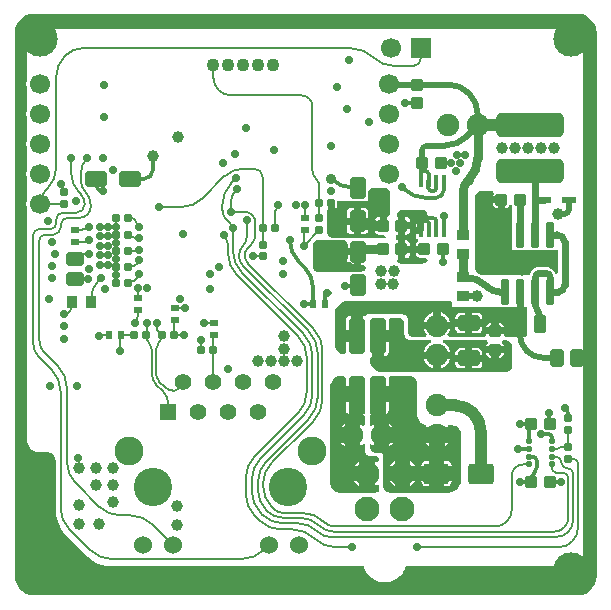
<source format=gtl>
G04*
G04 #@! TF.GenerationSoftware,Altium Limited,Altium Designer,22.7.1 (60)*
G04*
G04 Layer_Physical_Order=1*
G04 Layer_Color=16776960*
%FSLAX43Y43*%
%MOMM*%
G71*
G04*
G04 #@! TF.SameCoordinates,954B6AC0-D961-4D12-9847-DB1D38B5DF19*
G04*
G04*
G04 #@! TF.FilePolarity,Positive*
G04*
G01*
G75*
%ADD10C,0.200*%
%ADD14C,0.300*%
%ADD44C,1.100*%
%ADD54C,0.750*%
%ADD55C,0.500*%
%ADD56C,0.200*%
%ADD57C,1.000*%
%ADD58C,0.600*%
G04:AMPARAMS|DCode=59|XSize=0.61mm|YSize=0.6mm|CornerRadius=0.075mm|HoleSize=0mm|Usage=FLASHONLY|Rotation=0.000|XOffset=0mm|YOffset=0mm|HoleType=Round|Shape=RoundedRectangle|*
%AMROUNDEDRECTD59*
21,1,0.610,0.450,0,0,0.0*
21,1,0.460,0.600,0,0,0.0*
1,1,0.150,0.230,-0.225*
1,1,0.150,-0.230,-0.225*
1,1,0.150,-0.230,0.225*
1,1,0.150,0.230,0.225*
%
%ADD59ROUNDEDRECTD59*%
G04:AMPARAMS|DCode=60|XSize=0.59mm|YSize=0.6mm|CornerRadius=0.074mm|HoleSize=0mm|Usage=FLASHONLY|Rotation=90.000|XOffset=0mm|YOffset=0mm|HoleType=Round|Shape=RoundedRectangle|*
%AMROUNDEDRECTD60*
21,1,0.590,0.453,0,0,90.0*
21,1,0.443,0.600,0,0,90.0*
1,1,0.148,0.226,0.221*
1,1,0.148,0.226,-0.221*
1,1,0.148,-0.226,-0.221*
1,1,0.148,-0.226,0.221*
%
%ADD60ROUNDEDRECTD60*%
G04:AMPARAMS|DCode=61|XSize=0.61mm|YSize=0.6mm|CornerRadius=0.075mm|HoleSize=0mm|Usage=FLASHONLY|Rotation=90.000|XOffset=0mm|YOffset=0mm|HoleType=Round|Shape=RoundedRectangle|*
%AMROUNDEDRECTD61*
21,1,0.610,0.450,0,0,90.0*
21,1,0.460,0.600,0,0,90.0*
1,1,0.150,0.225,0.230*
1,1,0.150,0.225,-0.230*
1,1,0.150,-0.225,-0.230*
1,1,0.150,-0.225,0.230*
%
%ADD61ROUNDEDRECTD61*%
G04:AMPARAMS|DCode=62|XSize=0.94mm|YSize=1.03mm|CornerRadius=0.118mm|HoleSize=0mm|Usage=FLASHONLY|Rotation=180.000|XOffset=0mm|YOffset=0mm|HoleType=Round|Shape=RoundedRectangle|*
%AMROUNDEDRECTD62*
21,1,0.940,0.795,0,0,180.0*
21,1,0.705,1.030,0,0,180.0*
1,1,0.235,-0.353,0.398*
1,1,0.235,0.353,0.398*
1,1,0.235,0.353,-0.398*
1,1,0.235,-0.353,-0.398*
%
%ADD62ROUNDEDRECTD62*%
G04:AMPARAMS|DCode=63|XSize=0.49mm|YSize=0.45mm|CornerRadius=0.056mm|HoleSize=0mm|Usage=FLASHONLY|Rotation=0.000|XOffset=0mm|YOffset=0mm|HoleType=Round|Shape=RoundedRectangle|*
%AMROUNDEDRECTD63*
21,1,0.490,0.338,0,0,0.0*
21,1,0.378,0.450,0,0,0.0*
1,1,0.113,0.189,-0.169*
1,1,0.113,-0.189,-0.169*
1,1,0.113,-0.189,0.169*
1,1,0.113,0.189,0.169*
%
%ADD63ROUNDEDRECTD63*%
G04:AMPARAMS|DCode=64|XSize=0.59mm|YSize=0.6mm|CornerRadius=0.074mm|HoleSize=0mm|Usage=FLASHONLY|Rotation=180.000|XOffset=0mm|YOffset=0mm|HoleType=Round|Shape=RoundedRectangle|*
%AMROUNDEDRECTD64*
21,1,0.590,0.453,0,0,180.0*
21,1,0.443,0.600,0,0,180.0*
1,1,0.148,-0.221,0.226*
1,1,0.148,0.221,0.226*
1,1,0.148,0.221,-0.226*
1,1,0.148,-0.221,-0.226*
%
%ADD64ROUNDEDRECTD64*%
G04:AMPARAMS|DCode=65|XSize=1.36mm|YSize=1.81mm|CornerRadius=0.17mm|HoleSize=0mm|Usage=FLASHONLY|Rotation=90.000|XOffset=0mm|YOffset=0mm|HoleType=Round|Shape=RoundedRectangle|*
%AMROUNDEDRECTD65*
21,1,1.360,1.470,0,0,90.0*
21,1,1.020,1.810,0,0,90.0*
1,1,0.340,0.735,0.510*
1,1,0.340,0.735,-0.510*
1,1,0.340,-0.735,-0.510*
1,1,0.340,-0.735,0.510*
%
%ADD65ROUNDEDRECTD65*%
G04:AMPARAMS|DCode=66|XSize=1.36mm|YSize=1.81mm|CornerRadius=0.17mm|HoleSize=0mm|Usage=FLASHONLY|Rotation=180.000|XOffset=0mm|YOffset=0mm|HoleType=Round|Shape=RoundedRectangle|*
%AMROUNDEDRECTD66*
21,1,1.360,1.470,0,0,180.0*
21,1,1.020,1.810,0,0,180.0*
1,1,0.340,-0.510,0.735*
1,1,0.340,0.510,0.735*
1,1,0.340,0.510,-0.735*
1,1,0.340,-0.510,-0.735*
%
%ADD66ROUNDEDRECTD66*%
G04:AMPARAMS|DCode=67|XSize=1.05mm|YSize=1.07mm|CornerRadius=0.131mm|HoleSize=0mm|Usage=FLASHONLY|Rotation=180.000|XOffset=0mm|YOffset=0mm|HoleType=Round|Shape=RoundedRectangle|*
%AMROUNDEDRECTD67*
21,1,1.050,0.807,0,0,180.0*
21,1,0.788,1.070,0,0,180.0*
1,1,0.263,-0.394,0.404*
1,1,0.263,0.394,0.404*
1,1,0.263,0.394,-0.404*
1,1,0.263,-0.394,-0.404*
%
%ADD67ROUNDEDRECTD67*%
G04:AMPARAMS|DCode=68|XSize=0.94mm|YSize=1.03mm|CornerRadius=0.118mm|HoleSize=0mm|Usage=FLASHONLY|Rotation=90.000|XOffset=0mm|YOffset=0mm|HoleType=Round|Shape=RoundedRectangle|*
%AMROUNDEDRECTD68*
21,1,0.940,0.795,0,0,90.0*
21,1,0.705,1.030,0,0,90.0*
1,1,0.235,0.398,0.353*
1,1,0.235,0.398,-0.353*
1,1,0.235,-0.398,-0.353*
1,1,0.235,-0.398,0.353*
%
%ADD68ROUNDEDRECTD68*%
G04:AMPARAMS|DCode=69|XSize=0.92mm|YSize=1.08mm|CornerRadius=0.115mm|HoleSize=0mm|Usage=FLASHONLY|Rotation=0.000|XOffset=0mm|YOffset=0mm|HoleType=Round|Shape=RoundedRectangle|*
%AMROUNDEDRECTD69*
21,1,0.920,0.850,0,0,0.0*
21,1,0.690,1.080,0,0,0.0*
1,1,0.230,0.345,-0.425*
1,1,0.230,-0.345,-0.425*
1,1,0.230,-0.345,0.425*
1,1,0.230,0.345,0.425*
%
%ADD69ROUNDEDRECTD69*%
G04:AMPARAMS|DCode=70|XSize=1.74mm|YSize=2.17mm|CornerRadius=0.217mm|HoleSize=0mm|Usage=FLASHONLY|Rotation=90.000|XOffset=0mm|YOffset=0mm|HoleType=Round|Shape=RoundedRectangle|*
%AMROUNDEDRECTD70*
21,1,1.740,1.735,0,0,90.0*
21,1,1.305,2.170,0,0,90.0*
1,1,0.435,0.868,0.653*
1,1,0.435,0.868,-0.653*
1,1,0.435,-0.868,-0.653*
1,1,0.435,-0.868,0.653*
%
%ADD70ROUNDEDRECTD70*%
G04:AMPARAMS|DCode=71|XSize=0.68mm|YSize=2.17mm|CornerRadius=0.085mm|HoleSize=0mm|Usage=FLASHONLY|Rotation=0.000|XOffset=0mm|YOffset=0mm|HoleType=Round|Shape=RoundedRectangle|*
%AMROUNDEDRECTD71*
21,1,0.680,2.000,0,0,0.0*
21,1,0.510,2.170,0,0,0.0*
1,1,0.170,0.255,-1.000*
1,1,0.170,-0.255,-1.000*
1,1,0.170,-0.255,1.000*
1,1,0.170,0.255,1.000*
%
%ADD71ROUNDEDRECTD71*%
G04:AMPARAMS|DCode=72|XSize=1.53mm|YSize=1.02mm|CornerRadius=0.127mm|HoleSize=0mm|Usage=FLASHONLY|Rotation=90.000|XOffset=0mm|YOffset=0mm|HoleType=Round|Shape=RoundedRectangle|*
%AMROUNDEDRECTD72*
21,1,1.530,0.765,0,0,90.0*
21,1,1.275,1.020,0,0,90.0*
1,1,0.255,0.383,0.638*
1,1,0.255,0.383,-0.638*
1,1,0.255,-0.383,-0.638*
1,1,0.255,-0.383,0.638*
%
%ADD72ROUNDEDRECTD72*%
G04:AMPARAMS|DCode=73|XSize=0.92mm|YSize=1.08mm|CornerRadius=0.115mm|HoleSize=0mm|Usage=FLASHONLY|Rotation=270.000|XOffset=0mm|YOffset=0mm|HoleType=Round|Shape=RoundedRectangle|*
%AMROUNDEDRECTD73*
21,1,0.920,0.850,0,0,270.0*
21,1,0.690,1.080,0,0,270.0*
1,1,0.230,-0.425,-0.345*
1,1,0.230,-0.425,0.345*
1,1,0.230,0.425,0.345*
1,1,0.230,0.425,-0.345*
%
%ADD73ROUNDEDRECTD73*%
G04:AMPARAMS|DCode=74|XSize=1.26mm|YSize=0.58mm|CornerRadius=0.072mm|HoleSize=0mm|Usage=FLASHONLY|Rotation=180.000|XOffset=0mm|YOffset=0mm|HoleType=Round|Shape=RoundedRectangle|*
%AMROUNDEDRECTD74*
21,1,1.260,0.435,0,0,180.0*
21,1,1.115,0.580,0,0,180.0*
1,1,0.145,-0.558,0.217*
1,1,0.145,0.558,0.217*
1,1,0.145,0.558,-0.217*
1,1,0.145,-0.558,-0.217*
%
%ADD74ROUNDEDRECTD74*%
G04:AMPARAMS|DCode=75|XSize=1.21mm|YSize=1.46mm|CornerRadius=0.151mm|HoleSize=0mm|Usage=FLASHONLY|Rotation=270.000|XOffset=0mm|YOffset=0mm|HoleType=Round|Shape=RoundedRectangle|*
%AMROUNDEDRECTD75*
21,1,1.210,1.158,0,0,270.0*
21,1,0.907,1.460,0,0,270.0*
1,1,0.303,-0.579,-0.454*
1,1,0.303,-0.579,0.454*
1,1,0.303,0.579,0.454*
1,1,0.303,0.579,-0.454*
%
%ADD75ROUNDEDRECTD75*%
G04:AMPARAMS|DCode=76|XSize=1.4mm|YSize=3mm|CornerRadius=0.175mm|HoleSize=0mm|Usage=FLASHONLY|Rotation=180.000|XOffset=0mm|YOffset=0mm|HoleType=Round|Shape=RoundedRectangle|*
%AMROUNDEDRECTD76*
21,1,1.400,2.650,0,0,180.0*
21,1,1.050,3.000,0,0,180.0*
1,1,0.350,-0.525,1.325*
1,1,0.350,0.525,1.325*
1,1,0.350,0.525,-1.325*
1,1,0.350,-0.525,-1.325*
%
%ADD76ROUNDEDRECTD76*%
G04:AMPARAMS|DCode=77|XSize=5.8mm|YSize=2.1mm|CornerRadius=0.525mm|HoleSize=0mm|Usage=FLASHONLY|Rotation=180.000|XOffset=0mm|YOffset=0mm|HoleType=Round|Shape=RoundedRectangle|*
%AMROUNDEDRECTD77*
21,1,5.800,1.050,0,0,180.0*
21,1,4.750,2.100,0,0,180.0*
1,1,1.050,-2.375,0.525*
1,1,1.050,2.375,0.525*
1,1,1.050,2.375,-0.525*
1,1,1.050,-2.375,-0.525*
%
%ADD77ROUNDEDRECTD77*%
G04:AMPARAMS|DCode=78|XSize=0.38mm|YSize=1.04mm|CornerRadius=0.048mm|HoleSize=0mm|Usage=FLASHONLY|Rotation=180.000|XOffset=0mm|YOffset=0mm|HoleType=Round|Shape=RoundedRectangle|*
%AMROUNDEDRECTD78*
21,1,0.380,0.945,0,0,180.0*
21,1,0.285,1.040,0,0,180.0*
1,1,0.095,-0.142,0.472*
1,1,0.095,0.142,0.472*
1,1,0.095,0.142,-0.472*
1,1,0.095,-0.142,-0.472*
%
%ADD78ROUNDEDRECTD78*%
G04:AMPARAMS|DCode=79|XSize=1.28mm|YSize=1.87mm|CornerRadius=0.16mm|HoleSize=0mm|Usage=FLASHONLY|Rotation=90.000|XOffset=0mm|YOffset=0mm|HoleType=Round|Shape=RoundedRectangle|*
%AMROUNDEDRECTD79*
21,1,1.280,1.550,0,0,90.0*
21,1,0.960,1.870,0,0,90.0*
1,1,0.320,0.775,0.480*
1,1,0.320,0.775,-0.480*
1,1,0.320,-0.775,-0.480*
1,1,0.320,-0.775,0.480*
%
%ADD79ROUNDEDRECTD79*%
G04:AMPARAMS|DCode=80|XSize=1.21mm|YSize=1.46mm|CornerRadius=0.151mm|HoleSize=0mm|Usage=FLASHONLY|Rotation=0.000|XOffset=0mm|YOffset=0mm|HoleType=Round|Shape=RoundedRectangle|*
%AMROUNDEDRECTD80*
21,1,1.210,1.158,0,0,0.0*
21,1,0.907,1.460,0,0,0.0*
1,1,0.303,0.454,-0.579*
1,1,0.303,-0.454,-0.579*
1,1,0.303,-0.454,0.579*
1,1,0.303,0.454,0.579*
%
%ADD80ROUNDEDRECTD80*%
%ADD81C,1.900*%
%ADD82C,1.700*%
%ADD83R,1.700X1.700*%
%ADD84R,1.398X1.398*%
%ADD85C,1.398*%
%ADD86C,1.530*%
%ADD87C,2.445*%
%ADD88C,3.250*%
%ADD89C,2.100*%
%ADD90C,3.000*%
%ADD91C,0.700*%
%ADD92C,1.000*%
%ADD93C,0.900*%
G36*
X48762Y49528D02*
X49073Y49333D01*
X49333Y49073D01*
X49528Y48762D01*
X49650Y48415D01*
X49693Y48030D01*
Y2070D01*
X49650Y1685D01*
X49528Y1338D01*
X49333Y1027D01*
X49073Y767D01*
X48762Y572D01*
X48415Y450D01*
X48030Y407D01*
X2070D01*
X1685Y450D01*
X1338Y572D01*
X1027Y767D01*
X767Y1027D01*
X572Y1338D01*
X450Y1685D01*
X407Y2070D01*
Y48030D01*
X450Y48415D01*
X572Y48762D01*
X767Y49073D01*
X1027Y49333D01*
X1338Y49528D01*
X1666Y49643D01*
X48434D01*
X48762Y49528D01*
D02*
G37*
%LPC*%
G36*
X48400Y48400D02*
X48300Y48400D01*
X28152Y48400D01*
X1500D01*
Y48050D01*
Y44173D01*
X1435Y44015D01*
X1395Y43715D01*
X1435Y43415D01*
X1500Y43257D01*
Y41633D01*
X1435Y41475D01*
X1395Y41175D01*
X1435Y40875D01*
X1500Y40717D01*
Y39093D01*
X1435Y38935D01*
X1395Y38635D01*
X1435Y38335D01*
X1500Y38177D01*
Y36553D01*
X1435Y36395D01*
X1395Y36095D01*
X1435Y35795D01*
X1500Y35637D01*
Y34013D01*
X1435Y33855D01*
X1395Y33555D01*
X1435Y33255D01*
X1500Y33097D01*
Y25700D01*
X1500Y13525D01*
X1500Y13427D01*
X1538Y13233D01*
X1614Y13051D01*
X1723Y12888D01*
X1862Y12748D01*
X2026Y12639D01*
X2208Y12563D01*
X2401Y12525D01*
X2500Y12525D01*
X3152Y12525D01*
X3225Y12521D01*
X3369Y12493D01*
X3504Y12437D01*
X3626Y12355D01*
X3730Y12251D01*
X3812Y12129D01*
X3868Y11994D01*
X3892Y11871D01*
Y7822D01*
X3891D01*
X3900Y7707D01*
X3900Y7569D01*
X3932Y7247D01*
X3995Y6929D01*
X4089Y6619D01*
X4213Y6320D01*
X4365Y6034D01*
X4545Y5765D01*
X4729Y5541D01*
X4751Y5515D01*
X4865Y5400D01*
X4865Y5400D01*
X6535Y3731D01*
X6633Y3632D01*
X6849Y3455D01*
X7081Y3301D01*
X7327Y3169D01*
X7584Y3062D01*
X7851Y2982D01*
X8124Y2927D01*
X8402Y2900D01*
X8541D01*
X8541Y2900D01*
X9700Y2900D01*
X29962Y2900D01*
X30018Y2715D01*
X30033Y2689D01*
X30041Y2660D01*
X30185Y2391D01*
X30204Y2367D01*
X30219Y2341D01*
X30412Y2105D01*
X30436Y2086D01*
X30455Y2062D01*
X30691Y1869D01*
X30717Y1854D01*
X30741Y1835D01*
X31010Y1691D01*
X31039Y1683D01*
X31065Y1668D01*
X31357Y1580D01*
X31387Y1577D01*
X31416Y1568D01*
X31720Y1538D01*
X31735Y1540D01*
X31750Y1537D01*
X31765Y1540D01*
X31780Y1538D01*
X32084Y1568D01*
X32113Y1577D01*
X32143Y1580D01*
X32435Y1668D01*
X32461Y1683D01*
X32490Y1691D01*
X32760Y1835D01*
X32783Y1854D01*
X32809Y1869D01*
X33045Y2062D01*
X33065Y2086D01*
X33088Y2105D01*
X33281Y2341D01*
X33296Y2367D01*
X33315Y2391D01*
X33459Y2660D01*
X33467Y2689D01*
X33482Y2715D01*
X33538Y2900D01*
X45200Y2900D01*
X48500Y2900D01*
Y6026D01*
X48510Y6125D01*
X48508D01*
Y11612D01*
X48504Y11632D01*
X48500Y11661D01*
Y48241D01*
X48500Y48400D01*
X48400Y48400D01*
D02*
G37*
%LPD*%
G36*
X31848Y34875D02*
X31848D01*
X32029Y34821D01*
X32108Y34742D01*
X32154Y34630D01*
X32154Y34569D01*
X32154Y32600D01*
X31954Y32450D01*
X31940D01*
Y31709D01*
X31640D01*
Y31409D01*
X30908D01*
Y31305D01*
X30934Y31176D01*
X31007Y31066D01*
X31117Y30993D01*
X31246Y30967D01*
X31698D01*
X31839Y30767D01*
X31825Y30728D01*
X31790Y30696D01*
X31728Y30696D01*
X27439Y30710D01*
X27332Y30710D01*
X27133Y30793D01*
X26982Y30945D01*
X26900Y31143D01*
X26900Y31250D01*
X26900Y33057D01*
X26924Y33077D01*
Y33640D01*
X27524D01*
Y33148D01*
X27561Y33156D01*
X27652Y33216D01*
X27713Y33307D01*
X27734Y33415D01*
Y33800D01*
X30349D01*
X30349Y34574D01*
X30402Y34752D01*
X30479Y34829D01*
X30590Y34875D01*
X30650Y34875D01*
X31663Y34875D01*
X31848Y34875D01*
D02*
G37*
G36*
X34940Y33000D02*
X35031Y33000D01*
X35201Y32930D01*
X35330Y32801D01*
X35362Y32724D01*
X35400Y32540D01*
Y32540D01*
X35400Y32540D01*
X35400Y32540D01*
Y31995D01*
X35316D01*
X35219Y31976D01*
X35129Y31921D01*
X35108Y31935D01*
Y31270D01*
X34808D01*
Y30970D01*
X34414D01*
Y30797D01*
X34433Y30701D01*
X34488Y30619D01*
X34523Y30596D01*
X34523Y30596D01*
X34534Y30419D01*
X34523Y30373D01*
X34490Y30351D01*
X34419Y30246D01*
X34395Y30123D01*
Y30025D01*
X35071D01*
Y29425D01*
X34395D01*
Y29328D01*
X34419Y29204D01*
X34490Y29099D01*
X34595Y29028D01*
X34719Y29004D01*
X35266D01*
X35370Y28804D01*
X35329Y28705D01*
X35197Y28573D01*
X35114Y28538D01*
X34932Y28502D01*
X34932Y28502D01*
Y28502D01*
X33195Y28502D01*
X33104Y28502D01*
X32937Y28571D01*
X32809Y28699D01*
X32775Y28781D01*
X32860Y28933D01*
Y29723D01*
Y30464D01*
X32766D01*
X32740Y30486D01*
Y30946D01*
X32766Y30967D01*
X32860D01*
Y31709D01*
Y32450D01*
X32825D01*
X32747Y32641D01*
X32747Y32642D01*
X32811Y32798D01*
X32942Y32929D01*
X33114Y33000D01*
X33206Y33000D01*
X33206Y33000D01*
X34940Y33000D01*
D02*
G37*
G36*
X28564Y30264D02*
X28563Y30260D01*
Y29825D01*
X29450D01*
Y29525D01*
X29750D01*
Y28413D01*
X29944D01*
X29965Y28409D01*
X30144Y28246D01*
X30144Y28135D01*
X30081Y27981D01*
X29963Y27864D01*
X29918Y27845D01*
X29726Y27800D01*
D01*
X29539Y27800D01*
X26002Y27800D01*
X25864Y27857D01*
X25757Y27964D01*
X25700Y28102D01*
X25700Y28177D01*
X25700Y28177D01*
X25700Y30064D01*
X25700Y30144D01*
X25761Y30291D01*
X25873Y30403D01*
X26020Y30464D01*
X26100Y30464D01*
X26100Y30464D01*
X28410Y30464D01*
X28564Y30264D01*
D02*
G37*
G36*
X40981Y34425D02*
X40978Y34421D01*
X40954Y34298D01*
Y34200D01*
X41630D01*
Y33900D01*
X41930D01*
Y33179D01*
X41983D01*
X42106Y33203D01*
X42211Y33274D01*
X42282Y33379D01*
X42297Y33455D01*
X42497Y33436D01*
X42497Y30900D01*
Y29675D01*
X42947D01*
X42975Y29669D01*
X43485D01*
X43513Y29675D01*
X44217D01*
X44245Y29669D01*
X44755D01*
X44783Y29675D01*
X45487D01*
X45515Y29669D01*
X46025D01*
X46053Y29675D01*
X46396D01*
Y27699D01*
X46195Y27659D01*
X46156Y27754D01*
X46012Y27942D01*
X45824Y28086D01*
X45605Y28177D01*
X45400Y28204D01*
X45370Y28210D01*
X44860D01*
X44825Y28203D01*
X44635Y28178D01*
X44426Y28091D01*
X44247Y27953D01*
X44109Y27774D01*
X44022Y27565D01*
X44014Y27500D01*
X42497Y27500D01*
X40142Y27500D01*
X40068Y27500D01*
X39945Y27524D01*
X39932Y27532D01*
X39754Y27606D01*
X39660Y27669D01*
X39555Y27774D01*
X39472Y27898D01*
X39415Y28036D01*
X39386Y28182D01*
Y28256D01*
X39386D01*
X39386Y34086D01*
Y34193D01*
X39468Y34391D01*
X39619Y34543D01*
X39818Y34625D01*
X39925D01*
X39925Y34625D01*
X40874Y34625D01*
X40981Y34425D01*
D02*
G37*
G36*
X37340Y25375D02*
X37482Y25234D01*
X37482Y24800D01*
X43800Y24800D01*
X43800Y22441D01*
X43659Y22300D01*
X42060Y22300D01*
X42055Y22301D01*
X42027Y22300D01*
X42000Y22306D01*
X42000D01*
X42000Y22306D01*
X41980D01*
X41857Y22415D01*
X41807Y22506D01*
Y22513D01*
X41086D01*
X40364D01*
Y22486D01*
X40364Y22460D01*
X40191Y22306D01*
X37152Y22306D01*
X37055Y22506D01*
X37181Y22670D01*
X37297Y22950D01*
X37297Y22950D01*
X36177D01*
X35056D01*
X35056Y22950D01*
X35172Y22670D01*
X35298Y22506D01*
X35202Y22306D01*
X34063Y22306D01*
X33911Y22369D01*
X33784Y22495D01*
X33719Y22652D01*
X33721Y23390D01*
X33721Y23491D01*
X33721Y23491D01*
X33721Y23491D01*
X33715Y23521D01*
X33715Y23785D01*
X33708Y23866D01*
X33645Y24015D01*
X33531Y24130D01*
X33381Y24192D01*
X33300Y24200D01*
X33300Y24200D01*
X32967D01*
X32963Y24201D01*
X32935Y24200D01*
X32907Y24206D01*
X32235Y24206D01*
X32212Y24201D01*
X32188Y24202D01*
X32182Y24200D01*
X30250Y24200D01*
Y24141D01*
X30060Y24029D01*
X30050Y24030D01*
X29913Y24057D01*
X29888D01*
Y22350D01*
X29388D01*
Y21850D01*
X28480D01*
Y21025D01*
X28309Y20860D01*
X28226Y20860D01*
X28071Y20891D01*
X27924Y20952D01*
X27792Y21040D01*
X27680Y21152D01*
X27592Y21284D01*
X27531Y21431D01*
X27500Y21586D01*
X27500Y21666D01*
Y24226D01*
X27549Y24472D01*
X27645Y24704D01*
X27785Y24913D01*
X27962Y25090D01*
X28171Y25230D01*
X28403Y25326D01*
X28649Y25375D01*
X28775D01*
X28775Y25375D01*
X37340Y25375D01*
D02*
G37*
G36*
X32907Y23900D02*
X32907Y23900D01*
X32907Y23900D01*
X32907D01*
X33089Y23866D01*
X33195Y23822D01*
X33338Y23679D01*
X33415Y23492D01*
X33415Y23391D01*
X33413Y22522D01*
X33413Y22522D01*
X33423Y22420D01*
X33501Y22232D01*
X33644Y22088D01*
X33832Y22010D01*
X33934Y22000D01*
X35667Y22000D01*
X35706Y21800D01*
X35597Y21755D01*
X35356Y21570D01*
X35172Y21330D01*
X35056Y21050D01*
X35056Y21050D01*
X36177D01*
X37297D01*
X37297Y21050D01*
X37181Y21330D01*
X36997Y21570D01*
X36757Y21755D01*
X36647Y21800D01*
X36687Y22000D01*
X40408Y22000D01*
X40468Y21800D01*
X40459Y21794D01*
X40389Y21689D01*
X40364Y21565D01*
Y21513D01*
X41086D01*
X41807D01*
Y21565D01*
X41782Y21689D01*
X41712Y21794D01*
X41703Y21800D01*
X41764Y22000D01*
X42000Y22000D01*
X42000Y22000D01*
X42000Y22000D01*
X42000D01*
X42182Y21967D01*
X42289Y21922D01*
X42433Y21779D01*
X42510Y21591D01*
X42510Y21490D01*
X42510Y19799D01*
X42510Y19799D01*
X42510Y19700D01*
X42434Y19516D01*
X42294Y19376D01*
X42111Y19300D01*
X42011Y19300D01*
X31600Y19300D01*
X31600Y19300D01*
X31492Y19300D01*
X31279Y19342D01*
X31079Y19425D01*
X30899Y19546D01*
X30746Y19699D01*
X30625Y19879D01*
X30542Y20079D01*
X30500Y20292D01*
X30500Y20471D01*
X30663Y20643D01*
X30688D01*
Y22350D01*
X31188D01*
Y22850D01*
X32095D01*
Y23675D01*
X32090Y23700D01*
X32235Y23900D01*
X32907Y23900D01*
D02*
G37*
G36*
X34245Y18904D02*
X34422Y18728D01*
X34518Y18497D01*
X34518Y18372D01*
X34518Y15682D01*
X34522Y15598D01*
X34555Y15432D01*
X34619Y15276D01*
X34713Y15135D01*
X34833Y15016D01*
X34973Y14922D01*
X35130Y14857D01*
X35212Y14841D01*
X35265Y14701D01*
X35226Y14650D01*
X36177D01*
X37127D01*
X37084Y14706D01*
X37140Y14820D01*
X37409D01*
X37409Y14820D01*
X37409Y14820D01*
X37410D01*
X37527Y14812D01*
X37643Y14789D01*
X37788Y14729D01*
X37919Y14642D01*
X38030Y14530D01*
X38118Y14400D01*
X38178Y14254D01*
X38209Y14100D01*
Y10267D01*
X38208Y10267D01*
X38208Y10152D01*
X38164Y9926D01*
X38076Y9714D01*
X37948Y9523D01*
X37786Y9360D01*
X37594Y9233D01*
X37382Y9145D01*
X37157Y9100D01*
X37042Y9100D01*
X34896Y9100D01*
X32293Y9100D01*
X32226Y9100D01*
X32096Y9126D01*
X31973Y9177D01*
X31862Y9251D01*
X31768Y9345D01*
X31694Y9456D01*
X31643Y9579D01*
X31617Y9709D01*
X31617Y9776D01*
X31617Y12196D01*
X31617Y12196D01*
X31617Y12196D01*
X31617Y12196D01*
X31611Y12256D01*
X31589Y12310D01*
X31566Y12366D01*
X31481Y12450D01*
X31371Y12495D01*
X31312Y12501D01*
X31015Y12501D01*
X31014Y12501D01*
X30912Y12501D01*
X30723Y12580D01*
X30578Y12724D01*
X30500Y12913D01*
Y13217D01*
X30620Y13257D01*
X30680Y13180D01*
X30850Y13049D01*
Y14000D01*
Y14951D01*
X30680Y14820D01*
X30620Y14743D01*
X30500Y14783D01*
Y15645D01*
X30627Y15750D01*
X30538Y15767D01*
Y17450D01*
X31188D01*
Y18100D01*
X32095D01*
Y18775D01*
X32075Y18873D01*
X32154Y19000D01*
X33889Y19000D01*
X33889Y19000D01*
X33889Y19000D01*
X34014Y19000D01*
X34245Y18904D01*
D02*
G37*
G36*
X28485Y18800D02*
X28480Y18775D01*
Y18100D01*
X29388D01*
Y17450D01*
X30038D01*
Y15767D01*
X29913Y15743D01*
X30081Y15572D01*
Y14809D01*
X29881Y14741D01*
X29820Y14820D01*
X29650Y14951D01*
Y14000D01*
Y13049D01*
X29820Y13180D01*
X29881Y13259D01*
X30081Y13191D01*
Y12645D01*
X30089Y12558D01*
X30156Y12397D01*
X30279Y12274D01*
X30440Y12207D01*
X30527Y12199D01*
X30896Y12199D01*
X30912Y12195D01*
X31008Y12195D01*
X31138Y12142D01*
X31243Y12037D01*
X31252Y12014D01*
X31300Y11825D01*
X31249Y11755D01*
X31008Y11714D01*
X30900Y11797D01*
Y10720D01*
Y9643D01*
X31100Y9797D01*
X31300Y9733D01*
Y9456D01*
X31300Y9386D01*
X31246Y9255D01*
X31145Y9154D01*
X31125Y9146D01*
X30944Y9100D01*
X30744Y9100D01*
X30200Y9100D01*
X27992Y9100D01*
X27908Y9100D01*
X27743Y9133D01*
X27588Y9197D01*
X27449Y9290D01*
X27330Y9409D01*
X27237Y9548D01*
X27173Y9703D01*
X27140Y9868D01*
X27140Y9952D01*
X27140Y12670D01*
X27140Y12670D01*
X27140Y12670D01*
X27140Y18089D01*
Y18179D01*
X27175Y18355D01*
X27244Y18520D01*
X27343Y18670D01*
X27470Y18797D01*
X27619Y18896D01*
X27785Y18965D01*
X27961Y19000D01*
X28051D01*
X28051Y19000D01*
X28340D01*
X28485Y18800D01*
D02*
G37*
%LPC*%
G36*
X29959Y33204D02*
X29749D01*
Y32392D01*
X30336D01*
Y32827D01*
X30307Y32971D01*
X30225Y33094D01*
X30103Y33176D01*
X29959Y33204D01*
D02*
G37*
G36*
X29149D02*
X28939D01*
X28794Y33176D01*
X28672Y33094D01*
X28590Y32971D01*
X28561Y32827D01*
Y32392D01*
X29149D01*
Y33204D01*
D02*
G37*
G36*
X31340Y32450D02*
X31246D01*
X31117Y32424D01*
X31007Y32351D01*
X30934Y32242D01*
X30908Y32112D01*
Y32009D01*
X31340D01*
Y32450D01*
D02*
G37*
G36*
X30336Y31792D02*
X29749D01*
Y30980D01*
X29959D01*
X30103Y31009D01*
X30225Y31090D01*
X30307Y31213D01*
X30336Y31357D01*
Y31792D01*
D02*
G37*
G36*
X29149D02*
X28561D01*
Y31357D01*
X28590Y31213D01*
X28672Y31090D01*
X28794Y31009D01*
X28939Y30980D01*
X29149D01*
Y31792D01*
D02*
G37*
G36*
X33554Y32450D02*
X33460D01*
Y32009D01*
X33891D01*
Y32112D01*
X33866Y32242D01*
X33793Y32351D01*
X33683Y32424D01*
X33554Y32450D01*
D02*
G37*
G36*
X34508Y31935D02*
X34488Y31921D01*
X34433Y31839D01*
X34414Y31742D01*
Y31570D01*
X34508D01*
Y31935D01*
D02*
G37*
G36*
X33891Y31409D02*
X33460D01*
Y30967D01*
X33554D01*
X33683Y30993D01*
X33793Y31066D01*
X33866Y31176D01*
X33891Y31305D01*
Y31409D01*
D02*
G37*
G36*
X33554Y30464D02*
X33460D01*
Y30023D01*
X33891D01*
Y30126D01*
X33866Y30256D01*
X33793Y30365D01*
X33683Y30438D01*
X33554Y30464D01*
D02*
G37*
G36*
X33891Y29423D02*
X33460D01*
Y28981D01*
X33554D01*
X33683Y29007D01*
X33793Y29080D01*
X33866Y29190D01*
X33891Y29319D01*
Y29423D01*
D02*
G37*
G36*
X29150Y29225D02*
X28563D01*
Y28790D01*
X28592Y28646D01*
X28674Y28523D01*
X28796Y28441D01*
X28940Y28413D01*
X29150D01*
Y29225D01*
D02*
G37*
G36*
X41330Y33600D02*
X40954D01*
Y33503D01*
X40978Y33379D01*
X41049Y33274D01*
X41154Y33203D01*
X41278Y33179D01*
X41330D01*
Y33600D01*
D02*
G37*
G36*
X39638Y24319D02*
X39163D01*
Y23772D01*
X40005D01*
Y23952D01*
X39977Y24092D01*
X39898Y24212D01*
X39779Y24291D01*
X39638Y24319D01*
D02*
G37*
G36*
X38563D02*
X38088D01*
X37948Y24291D01*
X37829Y24212D01*
X37749Y24092D01*
X37721Y23952D01*
Y23772D01*
X38563D01*
Y24319D01*
D02*
G37*
G36*
X36477Y24370D02*
Y23550D01*
X37297D01*
X37297Y23550D01*
X37181Y23830D01*
X36997Y24070D01*
X36757Y24255D01*
X36477Y24370D01*
X36477Y24370D01*
D02*
G37*
G36*
X35877D02*
X35876Y24370D01*
X35597Y24255D01*
X35356Y24070D01*
X35172Y23830D01*
X35056Y23550D01*
X35056Y23550D01*
X35877D01*
Y24370D01*
D02*
G37*
G36*
X41483Y23489D02*
X41386D01*
Y23113D01*
X41807D01*
Y23165D01*
X41782Y23289D01*
X41712Y23394D01*
X41607Y23464D01*
X41483Y23489D01*
D02*
G37*
G36*
X40786D02*
X40688D01*
X40564Y23464D01*
X40459Y23394D01*
X40389Y23289D01*
X40364Y23165D01*
Y23113D01*
X40786D01*
Y23489D01*
D02*
G37*
G36*
X28888Y24057D02*
X28863D01*
X28716Y24028D01*
X28592Y23945D01*
X28509Y23821D01*
X28480Y23675D01*
Y22850D01*
X28888D01*
Y24057D01*
D02*
G37*
G36*
X40005Y23172D02*
X39163D01*
Y22625D01*
X39638D01*
X39779Y22653D01*
X39898Y22732D01*
X39977Y22852D01*
X40005Y22992D01*
Y23172D01*
D02*
G37*
G36*
X38563D02*
X37721D01*
Y22992D01*
X37749Y22852D01*
X37829Y22732D01*
X37948Y22653D01*
X38088Y22625D01*
X38563D01*
Y23172D01*
D02*
G37*
G36*
X39638Y21319D02*
X39163D01*
Y20772D01*
X40005D01*
Y20952D01*
X39977Y21092D01*
X39898Y21212D01*
X39779Y21291D01*
X39638Y21319D01*
D02*
G37*
G36*
X38563D02*
X38088D01*
X37948Y21291D01*
X37829Y21212D01*
X37749Y21092D01*
X37721Y20952D01*
Y20772D01*
X38563D01*
Y21319D01*
D02*
G37*
G36*
X32095Y21850D02*
X31688D01*
Y20643D01*
X31713D01*
X31859Y20672D01*
X31983Y20755D01*
X32066Y20879D01*
X32095Y21025D01*
Y21850D01*
D02*
G37*
G36*
X41807Y20913D02*
X41386D01*
Y20536D01*
X41483D01*
X41607Y20561D01*
X41712Y20631D01*
X41782Y20736D01*
X41807Y20860D01*
Y20913D01*
D02*
G37*
G36*
X40786D02*
X40364D01*
Y20860D01*
X40389Y20736D01*
X40459Y20631D01*
X40564Y20561D01*
X40688Y20536D01*
X40786D01*
Y20913D01*
D02*
G37*
G36*
X37297Y20450D02*
X36477D01*
Y19630D01*
X36477Y19630D01*
X36757Y19745D01*
X36997Y19930D01*
X37181Y20170D01*
X37297Y20450D01*
X37297Y20450D01*
D02*
G37*
G36*
X35877D02*
X35056D01*
X35056Y20450D01*
X35172Y20170D01*
X35356Y19930D01*
X35597Y19745D01*
X35876Y19630D01*
X35877Y19630D01*
Y20450D01*
D02*
G37*
G36*
X40005Y20172D02*
X39163D01*
Y19625D01*
X39638D01*
X39779Y19653D01*
X39898Y19732D01*
X39977Y19852D01*
X40005Y19992D01*
Y20172D01*
D02*
G37*
G36*
X38563D02*
X37721D01*
Y19992D01*
X37749Y19852D01*
X37829Y19732D01*
X37948Y19653D01*
X38088Y19625D01*
X38563D01*
Y20172D01*
D02*
G37*
G36*
X32095Y16800D02*
X31838D01*
Y15768D01*
X31859Y15772D01*
X31983Y15855D01*
X32066Y15979D01*
X32095Y16125D01*
Y16800D01*
D02*
G37*
G36*
X32150Y14951D02*
Y14650D01*
X32451D01*
X32320Y14820D01*
X32150Y14951D01*
D02*
G37*
G36*
X37127Y13350D02*
X36827D01*
Y13049D01*
X36997Y13180D01*
X37127Y13350D01*
D02*
G37*
G36*
X32451Y13350D02*
X32150D01*
Y13049D01*
X32320Y13180D01*
X32451Y13350D01*
D02*
G37*
G36*
X35527Y13350D02*
X35226D01*
X35356Y13180D01*
X35527Y13049D01*
Y13350D01*
D02*
G37*
G36*
X33900Y11797D02*
Y11370D01*
X34327D01*
X34142Y11612D01*
X33900Y11797D01*
D02*
G37*
G36*
X32600D02*
X32359Y11612D01*
X32173Y11370D01*
X32600D01*
Y11797D01*
D02*
G37*
G36*
X36996Y11798D02*
X36779D01*
Y11370D01*
X37422D01*
Y11373D01*
X37389Y11535D01*
X37297Y11674D01*
X37159Y11766D01*
X36996Y11798D01*
D02*
G37*
G36*
X35479D02*
X35261D01*
X35098Y11766D01*
X34960Y11674D01*
X34868Y11535D01*
X34835Y11373D01*
Y11370D01*
X35479D01*
Y11798D01*
D02*
G37*
G36*
X34327Y10070D02*
X33900D01*
Y9643D01*
X34142Y9828D01*
X34327Y10070D01*
D02*
G37*
G36*
X32600D02*
X32173D01*
X32359Y9828D01*
X32600Y9643D01*
Y10070D01*
D02*
G37*
G36*
X37422Y10070D02*
X36779D01*
Y9642D01*
X36996D01*
X37159Y9674D01*
X37297Y9767D01*
X37389Y9905D01*
X37422Y10068D01*
Y10070D01*
D02*
G37*
G36*
X35479D02*
X34835D01*
Y10068D01*
X34868Y9905D01*
X34960Y9767D01*
X35098Y9674D01*
X35261Y9642D01*
X35479D01*
Y10070D01*
D02*
G37*
G36*
X28738Y16800D02*
X28480D01*
Y16125D01*
X28509Y15979D01*
X28592Y15855D01*
X28716Y15772D01*
X28738Y15767D01*
Y16800D01*
D02*
G37*
G36*
X28350Y14951D02*
X28180Y14820D01*
X28049Y14650D01*
X28350D01*
Y14951D01*
D02*
G37*
G36*
Y13350D02*
X28049D01*
X28180Y13180D01*
X28350Y13049D01*
Y13350D01*
D02*
G37*
G36*
X29600Y11797D02*
X29359Y11612D01*
X29173Y11370D01*
X29600D01*
Y11797D01*
D02*
G37*
G36*
Y10070D02*
X29173D01*
X29359Y9828D01*
X29600Y9643D01*
Y10070D01*
D02*
G37*
%LPD*%
D10*
X13995Y23725D02*
G03*
X13900Y23496I229J-229D01*
G01*
X9402Y22480D02*
G03*
X9300Y22378I0J-102D01*
G01*
X7677Y22480D02*
G03*
X7575Y22378I0J-102D01*
G01*
X6110Y31382D02*
G03*
X6700Y31627I0J834D01*
G01*
X5100Y24450D02*
G03*
X5250Y24812I-362J362D01*
G01*
X4575Y34655D02*
G03*
X4325Y35259I-854J0D01*
G01*
X4500Y34625D02*
G03*
X4575Y34550I75J0D01*
G01*
X12617Y21817D02*
G03*
X12900Y22500I-683J683D01*
G01*
X13925Y17750D02*
G03*
X14685Y18510I0J760D01*
G01*
X13142Y18042D02*
G03*
X13849Y17750I706J706D01*
G01*
X12500Y22900D02*
G03*
X12900Y22500I400J0D01*
G01*
X12382Y19216D02*
G03*
X12675Y18510I999J0D01*
G01*
X12617Y21817D02*
G03*
X12382Y21251I567J-567D01*
G01*
X12017Y19216D02*
G03*
X12417Y18252I1364J0D01*
G01*
X12017Y21251D02*
G03*
X11783Y21817I-801J0D01*
G01*
X13415Y16627D02*
G03*
X12972Y17697I-1513J0D01*
G01*
X11500Y22500D02*
G03*
X11783Y21817I966J0D01*
G01*
X11500Y22500D02*
G03*
X11600Y22600I0J100D01*
G01*
X18900Y29546D02*
G03*
X19644Y27750I2540J0D01*
G01*
X18744Y35286D02*
G03*
X18000Y33490I1796J-1796D01*
G01*
Y33076D02*
G03*
X18377Y32165I1288J0D01*
G01*
X21377Y7259D02*
G03*
X23173Y6516I1796J1796D01*
G01*
X21244Y12019D02*
G03*
X20500Y10223I1796J-1796D01*
G01*
Y9189D02*
G03*
X21244Y7393I2540J0D01*
G01*
X26100Y5800D02*
G03*
X24373Y6516I-1727J-1727D01*
G01*
X26100Y5800D02*
G03*
X27167Y5358I1067J1067D01*
G01*
X46245D02*
G03*
X47700Y6813I0J1455D01*
G01*
X24880Y15655D02*
G03*
X25624Y17451I-1796J1796D01*
G01*
Y20718D02*
G03*
X24880Y22514I-2540J0D01*
G01*
X46700Y11679D02*
G03*
X47200Y11179I500J0D01*
G01*
X47700Y10725D02*
G03*
X47246Y11179I-454J0D01*
G01*
X46700Y11700D02*
G03*
X46251Y12149I-449J0D01*
G01*
X19975Y8977D02*
G03*
X20719Y7181I2540J0D01*
G01*
Y12149D02*
G03*
X19975Y10352I1796J-1796D01*
G01*
X25754Y5256D02*
G03*
X23958Y6000I-1796J-1796D01*
G01*
X21156Y6744D02*
G03*
X22952Y6000I1796J1796D01*
G01*
X24400Y15830D02*
G03*
X25144Y17626I-1796J1796D01*
G01*
X18492Y29314D02*
G03*
X19236Y27518I2540J0D01*
G01*
X18492Y29942D02*
G03*
X18100Y30889I-1339J0D01*
G01*
X25766Y5244D02*
G03*
X27563Y4500I1796J1796D01*
G01*
X46475D02*
G03*
X48100Y6125I0J1625D01*
G01*
X25144Y20558D02*
G03*
X24400Y22354I-2540J0D01*
G01*
X48100Y11612D02*
G03*
X47750Y11962I-350J0D01*
G01*
X25733Y15204D02*
G03*
X26477Y17000I-1796J1796D01*
G01*
X43488Y11499D02*
G03*
X42489Y10500I0J-999D01*
G01*
X26477Y21159D02*
G03*
X25733Y22955I-2540J0D01*
G01*
X22193Y11676D02*
G03*
X21449Y9880I1796J-1796D01*
G01*
X41109Y6250D02*
G03*
X42489Y7630I0J1380D01*
G01*
X26563Y6656D02*
G03*
X24767Y7400I-1796J-1796D01*
G01*
X26563Y6656D02*
G03*
X27543Y6250I980J980D01*
G01*
X21449Y9656D02*
G03*
X22159Y7941I2425J0D01*
G01*
X22417Y7683D02*
G03*
X23100Y7400I683J683D01*
G01*
X19200Y34800D02*
G03*
X18700Y33593I1207J-1207D01*
G01*
X20473Y30154D02*
G03*
X20800Y30942I-788J788D01*
G01*
Y31941D02*
G03*
X19842Y32900I-958J0D01*
G01*
X19900Y29225D02*
G03*
X20209Y28479I1054J0D01*
G01*
X20151Y29831D02*
G03*
X19900Y29225I607J-607D01*
G01*
X45895Y11177D02*
G03*
X46257Y10815I362J0D01*
G01*
X47300Y10300D02*
G03*
X46785Y10815I-515J0D01*
G01*
X26060Y20963D02*
G03*
X25316Y22759I-2540J0D01*
G01*
Y15365D02*
G03*
X26060Y17161I-1796J1796D01*
G01*
X46084Y5804D02*
G03*
X47300Y7020I0J1216D01*
G01*
X26196Y6320D02*
G03*
X24574Y6992I-1623J-1623D01*
G01*
X26196Y6320D02*
G03*
X27442Y5804I1246J1246D01*
G01*
X21744Y11793D02*
G03*
X21000Y9997I1796J-1796D01*
G01*
X21744Y7575D02*
G03*
X23151Y6992I1407J1407D01*
G01*
X19765Y30033D02*
G03*
X20054Y30732I-699J699D01*
G01*
X21000Y9371D02*
G03*
X21744Y7575I2540J0D01*
G01*
X19400Y29152D02*
G03*
X19737Y28338I1152J0D01*
G01*
X19765Y30033D02*
G03*
X19400Y29152I881J-881D01*
G01*
X26196Y31318D02*
G03*
X26224Y31384I-66J66D01*
G01*
X25025Y31375D02*
G03*
X24900Y31073I302J-302D01*
G01*
X46649Y12962D02*
G03*
X46500Y12900I0J-211D01*
G01*
X46257Y12799D02*
G03*
X46500Y12900I0J344D01*
G01*
X22699Y33292D02*
G03*
X22425Y32631I661J-661D01*
G01*
X25625Y36414D02*
G03*
X25900Y35750I939J0D01*
G01*
X26224Y34969D02*
G03*
X25900Y35750I-1105J0D01*
G01*
X17250Y44252D02*
G03*
X18750Y42752I1500J0D01*
G01*
X25625Y41825D02*
G03*
X24698Y42752I-927J0D01*
G01*
X10614Y23486D02*
G03*
X10843Y24039I-553J553D01*
G01*
X4589Y24200D02*
G03*
X5035Y24385I0J631D01*
G01*
X10025Y28192D02*
G03*
X10861Y28538I0J1183D01*
G01*
X3015Y34665D02*
G03*
X2555Y33555I1110J-1110D01*
G01*
X3181Y34831D02*
G03*
X3925Y36627I-1796J1796D01*
G01*
X4669Y46069D02*
G03*
X3925Y44273I1796J-1796D01*
G01*
X30752Y45981D02*
G03*
X32517Y45250I1765J1765D01*
G01*
X30752Y45981D02*
G03*
X28956Y46725I-1796J-1796D01*
G01*
X34184Y45250D02*
G03*
X34809Y45875I0J625D01*
G01*
X6111Y46725D02*
G03*
X4769Y46169I0J-1898D01*
G01*
X34809Y46781D02*
G03*
X34790Y46800I-19J0D01*
G01*
X5188Y36239D02*
G03*
X5932Y34443I2540J0D01*
G01*
X6356Y33531D02*
G03*
X6011Y34364I-1177J0D01*
G01*
X19678Y3500D02*
G03*
X21474Y4244I0J2540D01*
G01*
X5625Y32800D02*
G03*
X6356Y33531I0J731D01*
G01*
X6826Y4244D02*
G03*
X8622Y3500I1796J1796D01*
G01*
X4455Y32800D02*
G03*
X3955Y32300I0J-500D01*
G01*
X3400Y31400D02*
G03*
X3955Y31955I0J555D01*
G01*
X2420Y31400D02*
G03*
X2000Y30980I0J-420D01*
G01*
X4300Y17712D02*
G03*
X3556Y19508I-2540J0D01*
G01*
X4300Y7822D02*
G03*
X5044Y6026I2540J0D01*
G01*
X2000Y21692D02*
G03*
X2444Y20620I1516J0D01*
G01*
X17295Y22441D02*
G03*
X17225Y22371I0J-70D01*
G01*
X6850Y33458D02*
G03*
X6356Y34650I-1686J0D01*
G01*
X6498Y37373D02*
G03*
X6050Y36292I1081J-1081D01*
G01*
Y35389D02*
G03*
X6356Y34650I1045J0D01*
G01*
X12063Y6437D02*
G03*
X10267Y7181I-1796J-1796D01*
G01*
X5925Y32392D02*
G03*
X6850Y33317I0J925D01*
G01*
X7575Y7925D02*
G03*
X9371Y7181I1796J1796D01*
G01*
X4883Y32384D02*
G03*
X4354Y31855I0J-529D01*
G01*
X3642Y30942D02*
G03*
X4354Y31654I0J712D01*
G01*
X2946Y30942D02*
G03*
X2500Y30496I0J-446D01*
G01*
X4835Y18009D02*
G03*
X4091Y19805I-2540J0D01*
G01*
X4835Y11717D02*
G03*
X5579Y9921I2540J0D01*
G01*
X2500Y22024D02*
G03*
X2944Y20952I1516J0D01*
G01*
X6375Y30357D02*
G03*
X6700Y30492I0J460D01*
G01*
X14543Y33300D02*
G03*
X16339Y34044I0J2540D01*
G01*
X21425Y30182D02*
G03*
X21450Y30121I86J0D01*
G01*
X19800Y36553D02*
G03*
X18175Y35880I0J-2298D01*
G01*
X21425Y35795D02*
G03*
X20667Y36553I-758J0D01*
G01*
X7594Y27194D02*
G03*
X6850Y25398I1796J-1796D01*
G01*
X10700Y32009D02*
G03*
X10367Y32342I-333J0D01*
G01*
X10700Y32009D02*
G03*
X10843Y31664I487J0D01*
G01*
X10025Y30942D02*
G03*
X10629Y30692I604J604D01*
G01*
X10674Y29592D02*
G03*
X10915Y29692I0J341D01*
G01*
X10097Y26892D02*
G03*
X10500Y27059I0J570D01*
G01*
X10826Y27385D02*
G03*
X10915Y27600I-215J215D01*
G01*
X5475Y28462D02*
G03*
X5500Y28437I25J0D01*
G01*
X5705Y28952D02*
G03*
X5500Y28867I0J-290D01*
G01*
X13900Y22500D02*
Y23496D01*
X9300Y21075D02*
Y22378D01*
X9025Y26892D02*
Y28192D01*
X10843Y25617D02*
Y26400D01*
X7677Y22480D02*
X8377D01*
X5500Y31382D02*
X6110D01*
X5100Y24450D02*
X5100Y24450D01*
X5035Y24385D02*
X5100Y24450D01*
X4575Y34550D02*
Y34655D01*
X20608Y29121D02*
X21450Y29121D01*
X12675Y18510D02*
X13142Y18042D01*
X12500Y22900D02*
Y23500D01*
X13849Y17750D02*
X13925D01*
X12382Y19216D02*
Y21251D01*
X12017Y19216D02*
Y21251D01*
X13415Y15970D02*
Y16627D01*
X12417Y18252D02*
X12972Y17697D01*
X11600Y22600D02*
Y23500D01*
X10843Y26400D02*
X10900D01*
X16450Y23466D02*
X17295Y23466D01*
X13900Y22500D02*
X14745Y22500D01*
X16225Y22045D02*
X16225Y21200D01*
X29387Y26611D02*
X29450Y26675D01*
X29274Y26499D02*
X29387Y26611D01*
X10500Y22500D02*
X10600D01*
X9470D02*
X10500D01*
X17225Y18510D02*
Y21200D01*
X9300Y21075D02*
X9300D01*
X18900Y29546D02*
Y31542D01*
X18377Y32165D02*
X18377Y32165D01*
X19644Y27750D02*
X24880Y22514D01*
X18377Y32165D02*
X19000Y31542D01*
X18000Y33076D02*
Y33490D01*
X18744Y35286D02*
X19175Y35717D01*
X21244Y7393D02*
X21377Y7259D01*
X20500Y9189D02*
Y10223D01*
X27167Y5358D02*
X46245D01*
X23173Y6516D02*
X24373D01*
X47700Y6813D02*
Y10725D01*
X21244Y12019D02*
X24880Y15655D01*
X25624Y17451D02*
Y20718D01*
X47200Y11179D02*
X47246D01*
X45895Y12149D02*
X46251D01*
X46700Y11679D02*
Y11700D01*
X20719Y7181D02*
X21156Y6744D01*
X19975Y8977D02*
Y10352D01*
X22952Y6000D02*
X23958D01*
X20719Y12149D02*
X24400Y15830D01*
X18492Y29314D02*
Y29942D01*
X19236Y27518D02*
X24400Y22354D01*
X27563Y4500D02*
X28982D01*
X34518D02*
X46475D01*
X25754Y5256D02*
X25766Y5244D01*
X25144Y17626D02*
Y20558D01*
X48100Y6125D02*
Y11612D01*
X47300Y11962D02*
X47750D01*
X6053Y29300D02*
X6700D01*
X26477Y17000D02*
Y21159D01*
X43488Y11499D02*
X43955D01*
X25306Y14777D02*
X25733Y15204D01*
X20800Y30942D02*
Y31941D01*
X22193Y11676D02*
X25300Y14783D01*
X42489Y7630D02*
Y10500D01*
X27543Y6250D02*
X41109D01*
X22159Y7941D02*
X22417Y7683D01*
X21449Y9656D02*
Y9880D01*
X23100Y7400D02*
X24767D01*
X20151Y29831D02*
X20473Y30154D01*
X20209Y28479D02*
X25733Y22955D01*
X18700Y32900D02*
Y33593D01*
Y32900D02*
X19842D01*
X45895Y11177D02*
Y11499D01*
X46257Y10815D02*
X46785D01*
X26060Y17161D02*
Y20963D01*
X21744Y11793D02*
X25316Y15365D01*
X47300Y7020D02*
Y10300D01*
X27442Y5804D02*
X46084D01*
X21000Y9371D02*
Y9997D01*
X23151Y6992D02*
X24574D01*
X19737Y28338D02*
X25316Y22759D01*
X19737Y28338D02*
X19737Y28338D01*
X26196Y31318D02*
X26196Y31318D01*
X24900Y30021D02*
Y31073D01*
Y30021D02*
X26196Y31318D01*
X46649Y12962D02*
X47300D01*
X45895Y12799D02*
X46257D01*
X47300Y12962D02*
Y14400D01*
X22425Y31542D02*
Y32631D01*
X25625Y36414D02*
Y41825D01*
X26224Y32384D02*
Y34969D01*
X17250Y44252D02*
Y45344D01*
X18750Y42752D02*
X24698D01*
X10843Y24039D02*
Y24592D01*
X5546Y27177D02*
X6600D01*
X5250Y24812D02*
Y25250D01*
X5523Y27200D02*
X5546Y27177D01*
X5500D02*
X5523Y27200D01*
X9025Y26892D02*
X9025D01*
X9025Y30272D02*
X9025Y30942D01*
X26224Y31384D02*
X26225D01*
X25000Y32425D02*
X25025Y32400D01*
X25000Y32425D02*
Y33442D01*
X9025Y28922D02*
X9025Y29592D01*
X4570Y33555D02*
X4575Y33550D01*
X10843Y31664D02*
X10915Y31592D01*
X10861Y28538D02*
X10915Y28592D01*
X9025Y28192D02*
Y28922D01*
X9025Y28192D02*
X9025D01*
X9025Y30942D02*
X9025Y30942D01*
Y31642D01*
Y32342D01*
X6498Y37373D02*
X6575Y37450D01*
X3015Y34665D02*
X3181Y34831D01*
X2555Y33555D02*
X4570D01*
X3925Y36627D02*
Y44273D01*
X32517Y45250D02*
X34184D01*
X34809Y45875D02*
Y46781D01*
X4669Y46069D02*
X4769Y46169D01*
X6111Y46725D02*
X28956D01*
X20054Y32154D02*
X20100Y32109D01*
X20054Y30732D02*
Y32154D01*
X19000Y31542D02*
X19109D01*
X5932Y34443D02*
X6011Y34364D01*
X5188Y36239D02*
Y37450D01*
X21474Y4244D02*
X21950Y4720D01*
X8622Y3500D02*
X19678D01*
X5044Y6026D02*
X6826Y4244D01*
X4455Y32800D02*
X5625D01*
X3955Y31955D02*
Y32300D01*
X2420Y31400D02*
X3400D01*
X4300Y7822D02*
Y17712D01*
X2000Y21692D02*
Y30980D01*
X2444Y20620D02*
X3556Y19508D01*
X17225Y21200D02*
Y22371D01*
X6050Y35389D02*
Y36292D01*
X9371Y7181D02*
X10267D01*
X12063Y6437D02*
X13780Y4720D01*
X6850Y33317D02*
Y33458D01*
X5925Y32384D02*
Y32392D01*
X4883Y32384D02*
X5925D01*
X4354Y31654D02*
Y31855D01*
X2946Y30942D02*
X3642D01*
X4835Y11717D02*
Y18009D01*
X5579Y9921D02*
X7575Y7925D01*
X2500Y22024D02*
Y30496D01*
X2944Y20952D02*
X4091Y19805D01*
X5500Y30357D02*
X6375D01*
X12600Y33300D02*
X14543D01*
X16339Y34044D02*
X18175Y35880D01*
X21425Y30182D02*
Y31542D01*
X19800Y36553D02*
X20667D01*
X21425Y31542D02*
Y35795D01*
X6850Y25250D02*
Y25398D01*
X7594Y27194D02*
X7700Y27300D01*
X10025Y32342D02*
X10367D01*
X10629Y30692D02*
X10915D01*
X10025Y29592D02*
X10674D01*
X10802Y28719D02*
X10802Y28719D01*
X10025Y26892D02*
X10097D01*
X10500Y27059D02*
X10500Y27059D01*
X10826Y27385D01*
X5475Y28462D02*
Y28867D01*
X5705Y28952D02*
X6053Y29300D01*
X13995Y24750D02*
X14840Y24750D01*
D14*
X36775Y31230D02*
G03*
X36759Y31270I-56J0D01*
G01*
X27225Y35676D02*
G03*
X28997Y34942I1772J1772D01*
G01*
X45895Y13800D02*
G03*
X45595Y14100I-300J0D01*
G01*
X11392Y35692D02*
G03*
X12100Y36400I0J708D01*
G01*
X26900Y26046D02*
G03*
X26724Y25870I0J-176D01*
G01*
X36109Y32096D02*
G03*
X35846Y32359I-262J0D01*
G01*
X35459Y31941D02*
G03*
X35200Y32200I-259J0D01*
G01*
X47300Y15576D02*
G03*
X47000Y16300I-1024J0D01*
G01*
X44100Y14933D02*
G03*
X43955Y14583I350J-350D01*
G01*
X44635Y11800D02*
G03*
X44286Y12149I-349J0D01*
G01*
X44426Y10800D02*
G03*
X44100Y10019I789J-789D01*
G01*
D02*
G03*
X44100Y10011I1115J-8D01*
G01*
X25699Y26399D02*
G03*
X24955Y28195I-2540J0D01*
G01*
X7325Y35180D02*
G03*
X7880Y34625I555J0D01*
G01*
X23699Y30496D02*
G03*
X24437Y28713I2522J0D01*
G01*
X44426Y10800D02*
G03*
X44635Y11305I-505J505D01*
G01*
X35882Y34660D02*
G03*
X36100Y34879I0J218D01*
G01*
X34871Y37050D02*
G03*
X34808Y36987I0J-63D01*
G01*
X35459Y35510D02*
G03*
X35440Y35491I0J-19D01*
G01*
X35459Y36095D02*
G03*
X35229Y36325I-230J0D01*
G01*
X35440Y34900D02*
G03*
X35679Y34660I240J0D01*
G01*
X33368Y34830D02*
G03*
X35164Y34086I1796J1796D01*
G01*
X36109D02*
G03*
X36759Y34736I0J650D01*
G01*
X36759Y31270D02*
Y32570D01*
Y31270D02*
X36802Y31313D01*
X36727Y31302D02*
X36759Y31270D01*
X28997Y34942D02*
X29449D01*
X45895Y13449D02*
Y13800D01*
X44970Y14100D02*
X45595D01*
X26900Y26046D02*
X27078D01*
X10175Y35692D02*
X11392D01*
X26724Y25100D02*
Y25870D01*
X36109Y31270D02*
Y32096D01*
X35300Y32359D02*
X35846D01*
X35459Y31270D02*
Y31941D01*
X47300Y15400D02*
Y15576D01*
X43180Y14933D02*
X44100D01*
X44635Y11305D02*
Y11800D01*
X43955Y12149D02*
X44286D01*
X43180Y10019D02*
X44100D01*
X25699Y25100D02*
Y26399D01*
X43955Y13449D02*
Y14583D01*
X7325Y35180D02*
Y35692D01*
X24437Y28713D02*
X24955Y28195D01*
X28375Y26611D02*
X29387D01*
X24880Y25100D02*
X25699D01*
X43025Y12799D02*
X43955D01*
X45680Y15883D02*
X45680Y14953D01*
X45719Y10019D02*
X46649D01*
X45700Y10000D02*
X45719Y10019D01*
X36100Y34879D02*
Y35510D01*
X35459Y35510D02*
Y36095D01*
X35679Y34660D02*
X35882D01*
X35440Y34900D02*
Y35491D01*
X34808Y36325D02*
Y36987D01*
Y36325D02*
X35229D01*
X36471Y37050D02*
X37375D01*
X36671Y28600D02*
Y29725D01*
X33425Y42066D02*
X34466D01*
X34809Y31270D02*
X34809Y32090D01*
X36109Y31270D02*
X36109Y31270D01*
X36109Y35510D02*
X36109Y35510D01*
X36759Y34736D02*
Y35510D01*
X36100Y35510D02*
X36109D01*
X34808Y35510D02*
Y36325D01*
X12100Y36400D02*
Y37600D01*
X33197Y35000D02*
X33368Y34830D01*
X35164Y34086D02*
X36109D01*
D44*
X19750Y45344D02*
D03*
X22250D02*
D03*
X21000D02*
D03*
X17250D02*
D03*
X18500D02*
D03*
D54*
X29927Y29723D02*
G03*
X29450Y29525I0J-674D01*
G01*
X29449Y32092D02*
G03*
X30374Y31709I925J925D01*
G01*
X38883Y35623D02*
G03*
X39627Y37419I-1796J1796D01*
G01*
X38769Y35510D02*
G03*
X38414Y34653I857J-857D01*
G01*
X29927Y29723D02*
X31640D01*
X30374Y31709D02*
X31640D01*
X38769Y35510D02*
X38883Y35623D01*
X38414Y30900D02*
Y34653D01*
X38414Y29300D02*
X38414Y29300D01*
Y27355D02*
Y29300D01*
X39627Y37419D02*
Y40215D01*
D55*
X43185Y22526D02*
G03*
X45175Y20536I1990J0D01*
G01*
X46956Y32700D02*
G03*
X47330Y33074I0J374D01*
G01*
X39627Y41126D02*
G03*
X37087Y43666I-2540J0D01*
G01*
X36860Y38500D02*
G03*
X38656Y39244I0J2540D01*
G01*
X35371Y38500D02*
G03*
X34871Y38000I0J-500D01*
G01*
X32095Y43725D02*
G03*
X32154Y43666I59J0D01*
G01*
X43180Y23375D02*
Y23472D01*
X43185Y22526D02*
Y23375D01*
X45175Y20525D02*
Y20536D01*
X46444Y32700D02*
X46956D01*
X39627Y40215D02*
Y41126D01*
X38656Y39244D02*
X39627Y40215D01*
X35371Y38500D02*
X36860D01*
X34466Y43666D02*
X37087D01*
X34871Y37050D02*
Y38000D01*
X32154Y43666D02*
X34466D01*
X45175Y20525D02*
X46349D01*
X34466Y43666D02*
Y43666D01*
X38414Y25755D02*
X39586D01*
X47330Y33074D02*
Y33900D01*
D56*
X5100Y24450D02*
D03*
X18377Y32165D02*
D03*
X19737Y28338D02*
D03*
X26196Y31318D02*
D03*
X10802Y28719D02*
D03*
X10500Y27059D02*
D03*
D57*
X39889Y14285D02*
G03*
X37674Y16500I-2215J0D01*
G01*
X36677D02*
X37674D01*
X39889Y10720D02*
Y14285D01*
X39627Y40215D02*
X44080D01*
D58*
X46976Y30315D02*
G03*
X46331Y30960I-645J0D01*
G01*
X45770Y27300D02*
G03*
X45370Y27700I-400J0D01*
G01*
X46400Y26100D02*
G03*
X46976Y26676I0J576D01*
G01*
X44860Y27700D02*
G03*
X44500Y27340I0J-360D01*
G01*
Y24992D02*
G03*
X44666Y24592I565J0D01*
G01*
X44900Y24026D02*
G03*
X44666Y24592I-800J0D01*
G01*
X40400Y26555D02*
G03*
X41499Y26100I1099J1099D01*
G01*
X40344Y26611D02*
G03*
X38548Y27355I-1796J-1796D01*
G01*
X44500Y35895D02*
G03*
X44080Y36315I-420J0D01*
G01*
X43200Y24070D02*
G03*
X43230Y24100I0J30D01*
G01*
X45770Y30960D02*
X46331D01*
X46976Y26676D02*
Y30315D01*
X45770Y26100D02*
X46400D01*
X45770D02*
Y27300D01*
X44860Y27700D02*
X45370D01*
X44500Y26100D02*
Y27340D01*
Y24992D02*
Y26100D01*
X44900Y23375D02*
Y24026D01*
X40344Y26611D02*
X40400Y26555D01*
X41499Y26100D02*
X41960D01*
X38414Y27355D02*
X38548D01*
X43230Y26100D02*
Y26300D01*
X45770Y26100D02*
Y26100D01*
X43230Y30960D02*
Y33900D01*
X41600Y33870D02*
X41630Y33900D01*
X44500Y33900D02*
X44970D01*
X45270D01*
X44500Y30960D02*
Y33900D01*
Y35895D01*
X44970Y33900D02*
Y33900D01*
X43230Y24100D02*
Y26100D01*
D59*
X11500Y22500D02*
D03*
X12900Y22500D02*
D03*
X16225Y21200D02*
D03*
X17225D02*
D03*
X10500Y22500D02*
D03*
X13900Y22500D02*
D03*
X22425Y31542D02*
D03*
X21425D02*
D03*
X10025Y30942D02*
D03*
X9025Y30942D02*
D03*
X10025Y32342D02*
D03*
X9025Y32342D02*
D03*
X27224Y33640D02*
D03*
X26224D02*
D03*
X10025Y29592D02*
D03*
X9025Y29592D02*
D03*
X10025Y28192D02*
D03*
X9025D02*
D03*
X10025Y26892D02*
D03*
X9025D02*
D03*
D60*
X17295Y23466D02*
D03*
X17295Y22441D02*
D03*
X13995Y23725D02*
D03*
X13995Y24750D02*
D03*
X10843Y24592D02*
D03*
X10843Y25617D02*
D03*
X5500Y30357D02*
D03*
X5500Y31382D02*
D03*
X25025Y31375D02*
D03*
X25025Y32400D02*
D03*
D61*
X47300Y15400D02*
D03*
Y14400D02*
D03*
Y11962D02*
D03*
Y12962D02*
D03*
X26224Y31384D02*
D03*
Y32384D02*
D03*
X21450Y29121D02*
D03*
X21450Y30121D02*
D03*
X4575Y34550D02*
D03*
X4575Y33550D02*
D03*
D62*
X45700Y10000D02*
D03*
X44100Y10000D02*
D03*
X45700Y14933D02*
D03*
X44100Y14933D02*
D03*
X43230Y33900D02*
D03*
X41630Y33900D02*
D03*
X36671Y29725D02*
D03*
X35071Y29725D02*
D03*
X36471Y37050D02*
D03*
X34871Y37050D02*
D03*
D63*
X45895Y12149D02*
D03*
X45895Y12799D02*
D03*
X45895Y13449D02*
D03*
X45895Y11499D02*
D03*
X43955Y12149D02*
D03*
X43955Y12799D02*
D03*
X43955Y13449D02*
D03*
X43955Y11499D02*
D03*
D64*
X26724Y25100D02*
D03*
X25699Y25100D02*
D03*
X9402Y22480D02*
D03*
X8377Y22480D02*
D03*
D65*
X10175Y35692D02*
D03*
X7325D02*
D03*
D66*
X29449Y32092D02*
D03*
Y34942D02*
D03*
X29450Y26675D02*
D03*
Y29525D02*
D03*
D67*
X33160Y29723D02*
D03*
X31640D02*
D03*
X33160Y31709D02*
D03*
X31640Y31709D02*
D03*
D68*
X34466Y42066D02*
D03*
Y43666D02*
D03*
X41086Y21213D02*
D03*
Y22813D02*
D03*
D69*
X5250Y25250D02*
D03*
X6850Y25250D02*
D03*
D70*
X36129Y10720D02*
D03*
X39889Y10720D02*
D03*
D71*
X41960Y26100D02*
D03*
X43230D02*
D03*
X44500Y26100D02*
D03*
X45770Y26100D02*
D03*
X41960Y30960D02*
D03*
X43230Y30960D02*
D03*
X44500Y30960D02*
D03*
X45770Y30960D02*
D03*
D72*
X44900Y23375D02*
D03*
X42885Y23375D02*
D03*
D73*
X38414Y27355D02*
D03*
X38414Y25755D02*
D03*
X38414Y30900D02*
D03*
X38414Y29300D02*
D03*
D74*
X45270Y33900D02*
D03*
X47330Y33900D02*
D03*
D75*
X5500Y28867D02*
D03*
X5500Y27177D02*
D03*
D76*
X29388Y22350D02*
D03*
X31188Y22350D02*
D03*
X31188Y17450D02*
D03*
X29388Y17450D02*
D03*
D77*
X44080Y40215D02*
D03*
X44080Y36315D02*
D03*
D78*
X34808Y31270D02*
D03*
X35459Y31270D02*
D03*
X36109Y31270D02*
D03*
X36759Y31270D02*
D03*
X34808Y35510D02*
D03*
X35459Y35510D02*
D03*
X36109Y35510D02*
D03*
X36759D02*
D03*
D79*
X38863Y23472D02*
D03*
Y20472D02*
D03*
D80*
X46349Y20525D02*
D03*
X48039Y20525D02*
D03*
D81*
X36177Y14000D02*
D03*
Y16500D02*
D03*
X29000Y14000D02*
D03*
X31500D02*
D03*
X36177Y20750D02*
D03*
Y23250D02*
D03*
X39627Y40215D02*
D03*
X37127D02*
D03*
D82*
X32250Y46800D02*
D03*
X32095Y36105D02*
D03*
Y38645D02*
D03*
Y41185D02*
D03*
Y43725D02*
D03*
X2555Y43715D02*
D03*
Y41175D02*
D03*
Y38635D02*
D03*
Y36095D02*
D03*
Y33555D02*
D03*
D83*
X34790Y46800D02*
D03*
D84*
X13415Y15970D02*
D03*
D85*
X14685Y18510D02*
D03*
X15955Y15970D02*
D03*
X17225Y18510D02*
D03*
X18495Y15970D02*
D03*
X19765Y18510D02*
D03*
X21035Y15970D02*
D03*
X22305Y18510D02*
D03*
D86*
X11240Y4720D02*
D03*
X13780D02*
D03*
X24490D02*
D03*
X21950D02*
D03*
D87*
X10120Y12670D02*
D03*
X25610D02*
D03*
D88*
X23580Y9620D02*
D03*
X12150D02*
D03*
D89*
X30250Y10720D02*
D03*
X33250D02*
D03*
X30250Y7720D02*
D03*
X33250D02*
D03*
D90*
X47550Y2550D02*
D03*
X2550D02*
D03*
X47550Y47550D02*
D03*
X2550D02*
D03*
D91*
X11639Y26400D02*
D03*
X11600Y23500D02*
D03*
X10900Y26400D02*
D03*
X12500Y23500D02*
D03*
X16450Y23466D02*
D03*
X14745Y22500D02*
D03*
X16225Y22045D02*
D03*
X10614Y23486D02*
D03*
X18475Y19613D02*
D03*
X28375Y26611D02*
D03*
X4589Y24200D02*
D03*
X3300Y25500D02*
D03*
X24880Y25100D02*
D03*
X26900Y26046D02*
D03*
X8025Y26372D02*
D03*
X7700Y27300D02*
D03*
X6700Y29300D02*
D03*
X23100Y27665D02*
D03*
Y28700D02*
D03*
X34518Y4500D02*
D03*
X44970Y14100D02*
D03*
X43025Y12799D02*
D03*
X47000Y16300D02*
D03*
X45680Y15883D02*
D03*
X43180Y14933D02*
D03*
X43180Y10019D02*
D03*
X46649D02*
D03*
X20608Y29123D02*
D03*
X7625Y31642D02*
D03*
Y30825D02*
D03*
Y30008D02*
D03*
Y29190D02*
D03*
Y28373D02*
D03*
X8750Y36409D02*
D03*
X5613Y33825D02*
D03*
X8325Y28373D02*
D03*
Y29190D02*
D03*
Y30008D02*
D03*
Y30825D02*
D03*
Y31642D02*
D03*
X3180Y12050D02*
D03*
X5740D02*
D03*
X7575Y22378D02*
D03*
X14400Y25519D02*
D03*
X6600Y27177D02*
D03*
X9300Y21075D02*
D03*
X4589Y22150D02*
D03*
X6700Y31627D02*
D03*
Y30492D02*
D03*
Y28035D02*
D03*
X3600Y30292D02*
D03*
X3800Y29292D02*
D03*
X29440Y28275D02*
D03*
X30718Y34375D02*
D03*
X28695Y28275D02*
D03*
X28003D02*
D03*
X36759Y32570D02*
D03*
X37375Y37050D02*
D03*
X36671Y28600D02*
D03*
X6575Y37450D02*
D03*
X5188D02*
D03*
X19043Y37768D02*
D03*
X19200Y34800D02*
D03*
X19175Y35717D02*
D03*
X12600Y33300D02*
D03*
X9025Y30272D02*
D03*
X7881Y37450D02*
D03*
X19975Y39975D02*
D03*
X33425Y42066D02*
D03*
X5720Y18115D02*
D03*
X3440Y18115D02*
D03*
X10915Y31592D02*
D03*
Y27600D02*
D03*
Y30692D02*
D03*
Y29692D02*
D03*
X7880Y34625D02*
D03*
X23699Y30496D02*
D03*
X7975Y43600D02*
D03*
Y40905D02*
D03*
X28531Y41600D02*
D03*
X27699Y43457D02*
D03*
X28750Y45731D02*
D03*
X22357Y38134D02*
D03*
X24199Y33442D02*
D03*
X18066Y37042D02*
D03*
X22699Y33442D02*
D03*
X25000D02*
D03*
X28244Y32600D02*
D03*
X30718Y32650D02*
D03*
X28200Y31450D02*
D03*
X30718Y31934D02*
D03*
X31654Y32600D02*
D03*
X27225Y34642D02*
D03*
X27199Y38475D02*
D03*
X30442Y40525D02*
D03*
X9025Y28922D02*
D03*
Y27550D02*
D03*
Y31642D02*
D03*
X10915Y28792D02*
D03*
X3600Y28292D02*
D03*
Y27292D02*
D03*
X4589Y23201D02*
D03*
X16991Y26350D02*
D03*
X17757Y28186D02*
D03*
X14642Y31031D02*
D03*
X16991Y27600D02*
D03*
X3250Y32100D02*
D03*
X4325Y35259D02*
D03*
X37839Y37700D02*
D03*
X38150Y36987D02*
D03*
X38568Y37700D02*
D03*
X37800Y36325D02*
D03*
X33197Y35000D02*
D03*
X24900Y30021D02*
D03*
X28982Y4500D02*
D03*
X18700Y32900D02*
D03*
X20054Y32154D02*
D03*
X18100Y30889D02*
D03*
X18900Y31542D02*
D03*
X14840Y24750D02*
D03*
D92*
X23219Y22364D02*
D03*
Y21290D02*
D03*
X21050Y20216D02*
D03*
X22135D02*
D03*
X24304D02*
D03*
X23219D02*
D03*
X8700Y8318D02*
D03*
X7327Y9733D02*
D03*
X8700Y9764D02*
D03*
Y11210D02*
D03*
X7327Y11179D02*
D03*
X11060Y2300D02*
D03*
X7930D02*
D03*
X9495Y2300D02*
D03*
X14190Y2300D02*
D03*
X12625Y2300D02*
D03*
X15755D02*
D03*
X17320Y2300D02*
D03*
X18884Y2300D02*
D03*
X33542Y19991D02*
D03*
Y21291D02*
D03*
X43924Y2300D02*
D03*
X45489Y2300D02*
D03*
X40794Y2300D02*
D03*
X42359Y2300D02*
D03*
X28274Y2300D02*
D03*
X34534Y2300D02*
D03*
X26709Y2300D02*
D03*
X25144Y2300D02*
D03*
X23579Y2300D02*
D03*
X20449D02*
D03*
X22014Y2300D02*
D03*
X4800Y2300D02*
D03*
X6365Y2300D02*
D03*
X6331Y1025D02*
D03*
X4766Y1025D02*
D03*
X9461Y1025D02*
D03*
X7896Y1025D02*
D03*
X12591D02*
D03*
X11026Y1025D02*
D03*
X15720Y1025D02*
D03*
X14155Y1025D02*
D03*
X18850Y1025D02*
D03*
X17285Y1025D02*
D03*
X21980D02*
D03*
X20415Y1025D02*
D03*
X23545D02*
D03*
X25110Y1025D02*
D03*
X26675Y1025D02*
D03*
X36065Y1025D02*
D03*
X32935Y1025D02*
D03*
X34500Y1025D02*
D03*
X29805Y1025D02*
D03*
X31370Y1025D02*
D03*
X28240Y1025D02*
D03*
X42324Y1025D02*
D03*
X40759Y1025D02*
D03*
X43889Y1025D02*
D03*
X45454Y1025D02*
D03*
X7550Y6474D02*
D03*
X14164Y7970D02*
D03*
Y6405D02*
D03*
X5900Y11179D02*
D03*
Y8049D02*
D03*
Y6484D02*
D03*
X2600Y6505D02*
D03*
Y4940D02*
D03*
Y9635D02*
D03*
Y8070D02*
D03*
Y11200D02*
D03*
X950Y45209D02*
D03*
Y37384D02*
D03*
Y34255D02*
D03*
Y32690D02*
D03*
X45454Y49075D02*
D03*
X43889Y49075D02*
D03*
X40759D02*
D03*
X42324Y49075D02*
D03*
X28240Y49075D02*
D03*
X31370D02*
D03*
X29805D02*
D03*
X34500Y49075D02*
D03*
X32935Y49075D02*
D03*
X36065D02*
D03*
X37630Y49075D02*
D03*
X39195D02*
D03*
X26675Y49075D02*
D03*
X25110D02*
D03*
X23545Y49075D02*
D03*
X20415D02*
D03*
X21980Y49075D02*
D03*
X17285Y49075D02*
D03*
X18850D02*
D03*
X14155Y49075D02*
D03*
X15720Y49075D02*
D03*
X11026Y49075D02*
D03*
X12591Y49075D02*
D03*
X7896Y49075D02*
D03*
X9461D02*
D03*
X4766Y49075D02*
D03*
X6331Y49075D02*
D03*
X950Y21985D02*
D03*
Y20600D02*
D03*
Y23425D02*
D03*
Y24990D02*
D03*
Y26555D02*
D03*
Y29685D02*
D03*
Y28120D02*
D03*
Y31250D02*
D03*
Y17470D02*
D03*
Y19035D02*
D03*
Y14340D02*
D03*
Y15905D02*
D03*
X950Y11210D02*
D03*
X950Y12775D02*
D03*
X950Y8080D02*
D03*
Y9645D02*
D03*
Y4951D02*
D03*
Y6516D02*
D03*
X49075D02*
D03*
Y4951D02*
D03*
Y9645D02*
D03*
Y8080D02*
D03*
X49075Y12775D02*
D03*
X49075Y11210D02*
D03*
X49075Y15905D02*
D03*
Y14340D02*
D03*
Y19035D02*
D03*
Y17470D02*
D03*
Y43769D02*
D03*
Y45334D02*
D03*
Y40639D02*
D03*
Y42204D02*
D03*
Y37509D02*
D03*
Y39074D02*
D03*
Y34380D02*
D03*
Y35945D02*
D03*
Y31250D02*
D03*
Y32815D02*
D03*
Y28120D02*
D03*
Y29685D02*
D03*
Y26555D02*
D03*
Y24990D02*
D03*
X31400Y26800D02*
D03*
X31415Y27849D02*
D03*
X32500D02*
D03*
X32485Y26800D02*
D03*
X49075Y23425D02*
D03*
Y20600D02*
D03*
X34551Y21269D02*
D03*
Y19969D02*
D03*
X46100Y38269D02*
D03*
X45000D02*
D03*
X43900D02*
D03*
X42800D02*
D03*
X41700D02*
D03*
X39586Y25755D02*
D03*
X42187Y29125D02*
D03*
Y28025D02*
D03*
X43342Y28000D02*
D03*
Y29100D02*
D03*
X44525D02*
D03*
X39961Y29700D02*
D03*
X41061D02*
D03*
Y31900D02*
D03*
Y30800D02*
D03*
X39961D02*
D03*
Y31900D02*
D03*
X41061Y28600D02*
D03*
X39961D02*
D03*
Y33000D02*
D03*
X41960Y32500D02*
D03*
X39965Y34086D02*
D03*
X46444Y32700D02*
D03*
X14261Y39239D02*
D03*
X12100Y37600D02*
D03*
X49075Y22110D02*
D03*
D93*
X31654Y34375D02*
D03*
X30718Y33475D02*
D03*
X31654Y33425D02*
D03*
X27270Y29975D02*
D03*
X28192D02*
D03*
Y29050D02*
D03*
X27270D02*
D03*
X27225Y35676D02*
D03*
M02*

</source>
